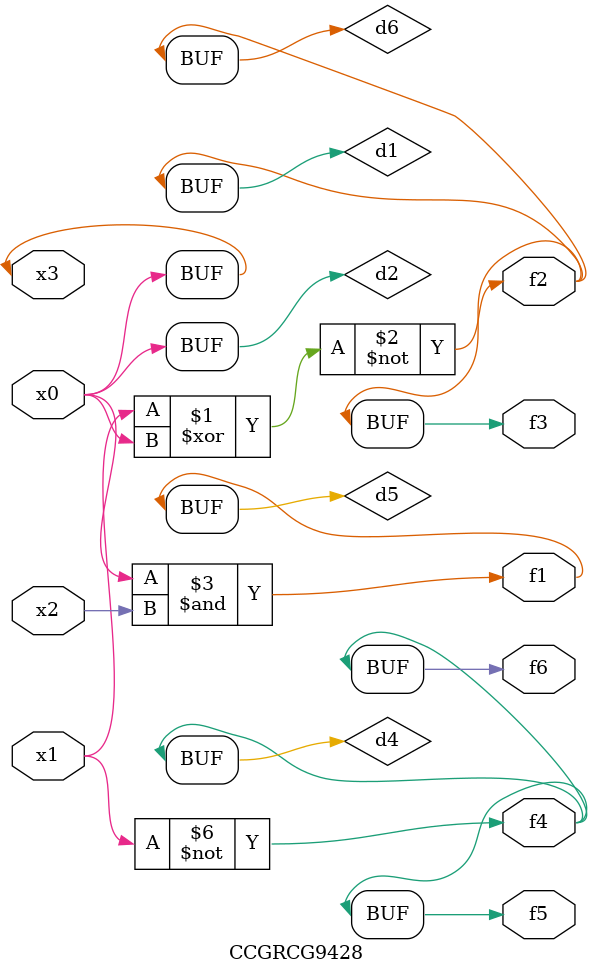
<source format=v>
module CCGRCG9428(
	input x0, x1, x2, x3,
	output f1, f2, f3, f4, f5, f6
);

	wire d1, d2, d3, d4, d5, d6;

	xnor (d1, x1, x3);
	buf (d2, x0, x3);
	nand (d3, x0, x2);
	not (d4, x1);
	nand (d5, d3);
	or (d6, d1);
	assign f1 = d5;
	assign f2 = d6;
	assign f3 = d6;
	assign f4 = d4;
	assign f5 = d4;
	assign f6 = d4;
endmodule

</source>
